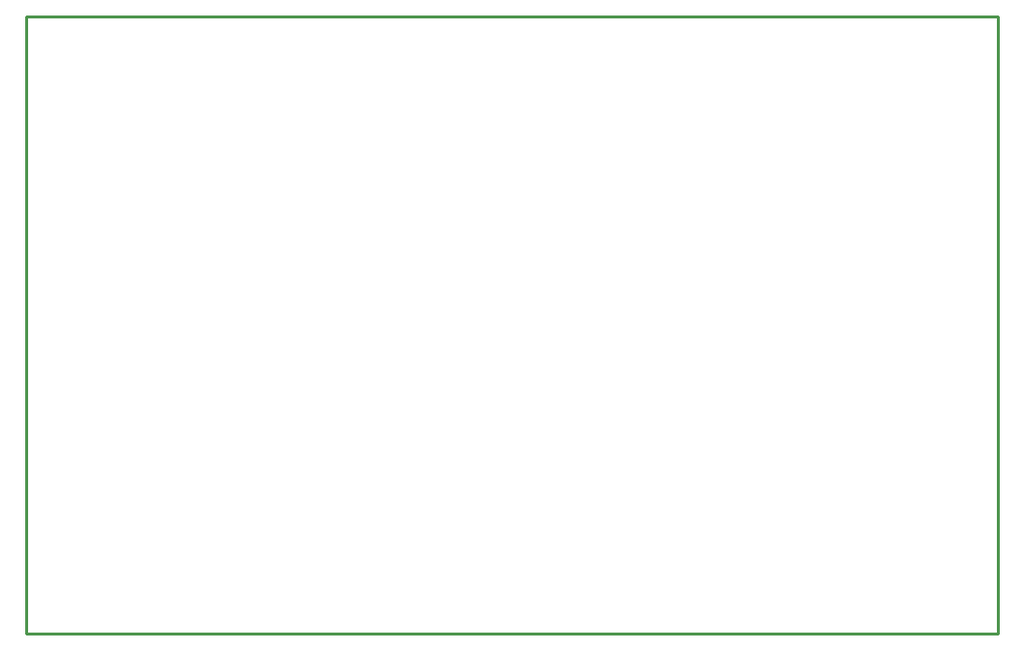
<source format=gko>
G04*
G04 #@! TF.GenerationSoftware,Altium Limited,Altium Designer,18.0.12 (696)*
G04*
G04 Layer_Color=16711935*
%FSLAX25Y25*%
%MOIN*%
G70*
G01*
G75*
%ADD13C,0.01000*%
D13*
X0Y0D02*
Y212500D01*
X334500D01*
Y0D02*
Y212500D01*
X0Y0D02*
X334500D01*
M02*

</source>
